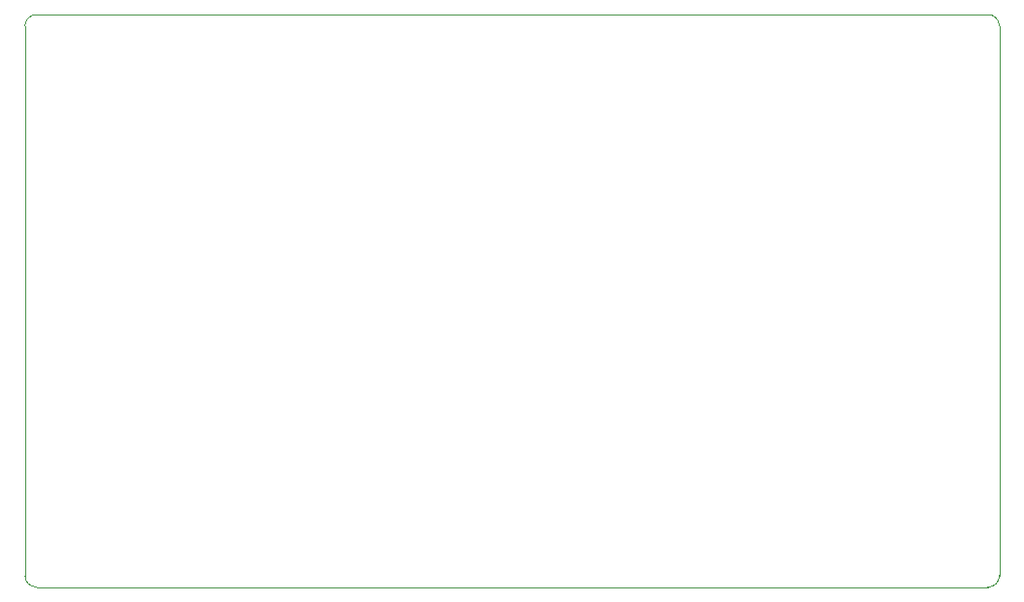
<source format=gbr>
%TF.GenerationSoftware,KiCad,Pcbnew,(6.0.6)*%
%TF.CreationDate,2022-06-23T08:54:45-07:00*%
%TF.ProjectId,KnightPCB,4b6e6967-6874-4504-9342-2e6b69636164,rev?*%
%TF.SameCoordinates,Original*%
%TF.FileFunction,Profile,NP*%
%FSLAX46Y46*%
G04 Gerber Fmt 4.6, Leading zero omitted, Abs format (unit mm)*
G04 Created by KiCad (PCBNEW (6.0.6)) date 2022-06-23 08:54:45*
%MOMM*%
%LPD*%
G01*
G04 APERTURE LIST*
%TA.AperFunction,Profile*%
%ADD10C,0.100000*%
%TD*%
G04 APERTURE END LIST*
D10*
X54200000Y-82500000D02*
G75*
G03*
X55200000Y-83500000I1000000J0D01*
G01*
X54200000Y-34500000D02*
X54200000Y-82500000D01*
X138200000Y-83500000D02*
X55200000Y-83500000D01*
X138200000Y-33500000D02*
X55200000Y-33500000D01*
X55200000Y-33500000D02*
G75*
G03*
X54200000Y-34500000I0J-1000000D01*
G01*
X139200000Y-34500000D02*
G75*
G03*
X138200000Y-33500000I-1000000J0D01*
G01*
X139200000Y-82500000D02*
X139200000Y-34500000D01*
X138200000Y-83500000D02*
G75*
G03*
X139200000Y-82500000I0J1000000D01*
G01*
X54200000Y-34500000D02*
X54200000Y-34500000D01*
M02*

</source>
